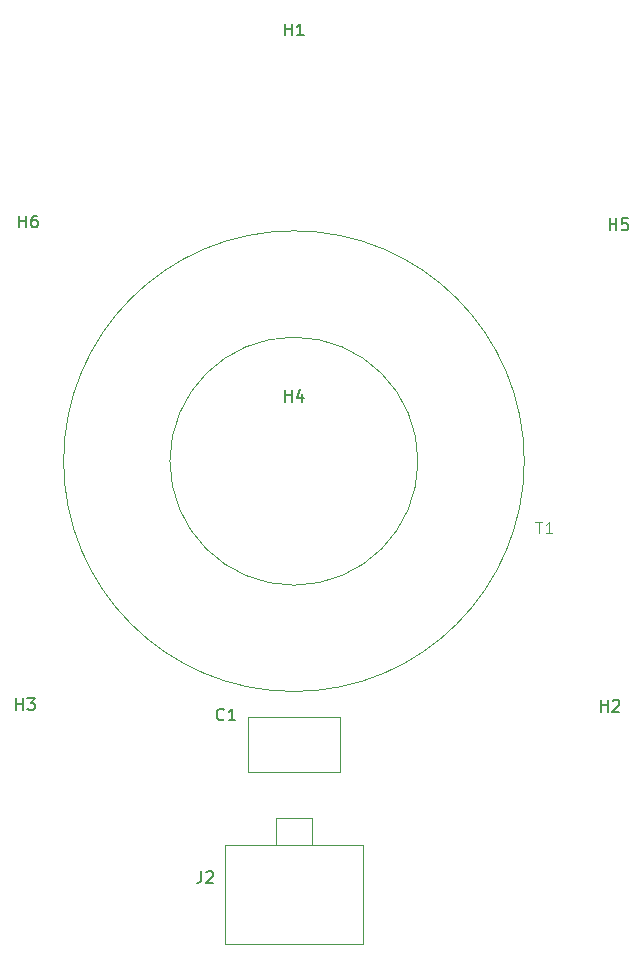
<source format=gbr>
%TF.GenerationSoftware,KiCad,Pcbnew,8.0.6*%
%TF.CreationDate,2025-01-31T16:57:09-05:00*%
%TF.ProjectId,Wire Spool Antenna V1.2,57697265-2053-4706-9f6f-6c20416e7465,rev?*%
%TF.SameCoordinates,Original*%
%TF.FileFunction,Legend,Top*%
%TF.FilePolarity,Positive*%
%FSLAX46Y46*%
G04 Gerber Fmt 4.6, Leading zero omitted, Abs format (unit mm)*
G04 Created by KiCad (PCBNEW 8.0.6) date 2025-01-31 16:57:09*
%MOMM*%
%LPD*%
G01*
G04 APERTURE LIST*
%ADD10C,0.100000*%
%ADD11C,0.150000*%
%ADD12C,0.120000*%
G04 APERTURE END LIST*
D10*
X120451298Y-105114273D02*
X121022726Y-105114273D01*
X120737012Y-106114273D02*
X120737012Y-105114273D01*
X121879869Y-106114273D02*
X121308441Y-106114273D01*
X121594155Y-106114273D02*
X121594155Y-105114273D01*
X121594155Y-105114273D02*
X121498917Y-105257130D01*
X121498917Y-105257130D02*
X121403679Y-105352368D01*
X121403679Y-105352368D02*
X121308441Y-105399987D01*
D11*
X99238095Y-63954819D02*
X99238095Y-62954819D01*
X99238095Y-63431009D02*
X99809523Y-63431009D01*
X99809523Y-63954819D02*
X99809523Y-62954819D01*
X100809523Y-63954819D02*
X100238095Y-63954819D01*
X100523809Y-63954819D02*
X100523809Y-62954819D01*
X100523809Y-62954819D02*
X100428571Y-63097676D01*
X100428571Y-63097676D02*
X100333333Y-63192914D01*
X100333333Y-63192914D02*
X100238095Y-63240533D01*
X126738095Y-80454819D02*
X126738095Y-79454819D01*
X126738095Y-79931009D02*
X127309523Y-79931009D01*
X127309523Y-80454819D02*
X127309523Y-79454819D01*
X128261904Y-79454819D02*
X127785714Y-79454819D01*
X127785714Y-79454819D02*
X127738095Y-79931009D01*
X127738095Y-79931009D02*
X127785714Y-79883390D01*
X127785714Y-79883390D02*
X127880952Y-79835771D01*
X127880952Y-79835771D02*
X128119047Y-79835771D01*
X128119047Y-79835771D02*
X128214285Y-79883390D01*
X128214285Y-79883390D02*
X128261904Y-79931009D01*
X128261904Y-79931009D02*
X128309523Y-80026247D01*
X128309523Y-80026247D02*
X128309523Y-80264342D01*
X128309523Y-80264342D02*
X128261904Y-80359580D01*
X128261904Y-80359580D02*
X128214285Y-80407200D01*
X128214285Y-80407200D02*
X128119047Y-80454819D01*
X128119047Y-80454819D02*
X127880952Y-80454819D01*
X127880952Y-80454819D02*
X127785714Y-80407200D01*
X127785714Y-80407200D02*
X127738095Y-80359580D01*
X94083333Y-121859580D02*
X94035714Y-121907200D01*
X94035714Y-121907200D02*
X93892857Y-121954819D01*
X93892857Y-121954819D02*
X93797619Y-121954819D01*
X93797619Y-121954819D02*
X93654762Y-121907200D01*
X93654762Y-121907200D02*
X93559524Y-121811961D01*
X93559524Y-121811961D02*
X93511905Y-121716723D01*
X93511905Y-121716723D02*
X93464286Y-121526247D01*
X93464286Y-121526247D02*
X93464286Y-121383390D01*
X93464286Y-121383390D02*
X93511905Y-121192914D01*
X93511905Y-121192914D02*
X93559524Y-121097676D01*
X93559524Y-121097676D02*
X93654762Y-121002438D01*
X93654762Y-121002438D02*
X93797619Y-120954819D01*
X93797619Y-120954819D02*
X93892857Y-120954819D01*
X93892857Y-120954819D02*
X94035714Y-121002438D01*
X94035714Y-121002438D02*
X94083333Y-121050057D01*
X95035714Y-121954819D02*
X94464286Y-121954819D01*
X94750000Y-121954819D02*
X94750000Y-120954819D01*
X94750000Y-120954819D02*
X94654762Y-121097676D01*
X94654762Y-121097676D02*
X94559524Y-121192914D01*
X94559524Y-121192914D02*
X94464286Y-121240533D01*
X99238095Y-94954819D02*
X99238095Y-93954819D01*
X99238095Y-94431009D02*
X99809523Y-94431009D01*
X99809523Y-94954819D02*
X99809523Y-93954819D01*
X100714285Y-94288152D02*
X100714285Y-94954819D01*
X100476190Y-93907200D02*
X100238095Y-94621485D01*
X100238095Y-94621485D02*
X100857142Y-94621485D01*
X76488095Y-121054819D02*
X76488095Y-120054819D01*
X76488095Y-120531009D02*
X77059523Y-120531009D01*
X77059523Y-121054819D02*
X77059523Y-120054819D01*
X77440476Y-120054819D02*
X78059523Y-120054819D01*
X78059523Y-120054819D02*
X77726190Y-120435771D01*
X77726190Y-120435771D02*
X77869047Y-120435771D01*
X77869047Y-120435771D02*
X77964285Y-120483390D01*
X77964285Y-120483390D02*
X78011904Y-120531009D01*
X78011904Y-120531009D02*
X78059523Y-120626247D01*
X78059523Y-120626247D02*
X78059523Y-120864342D01*
X78059523Y-120864342D02*
X78011904Y-120959580D01*
X78011904Y-120959580D02*
X77964285Y-121007200D01*
X77964285Y-121007200D02*
X77869047Y-121054819D01*
X77869047Y-121054819D02*
X77583333Y-121054819D01*
X77583333Y-121054819D02*
X77488095Y-121007200D01*
X77488095Y-121007200D02*
X77440476Y-120959580D01*
X125988095Y-121204819D02*
X125988095Y-120204819D01*
X125988095Y-120681009D02*
X126559523Y-120681009D01*
X126559523Y-121204819D02*
X126559523Y-120204819D01*
X126988095Y-120300057D02*
X127035714Y-120252438D01*
X127035714Y-120252438D02*
X127130952Y-120204819D01*
X127130952Y-120204819D02*
X127369047Y-120204819D01*
X127369047Y-120204819D02*
X127464285Y-120252438D01*
X127464285Y-120252438D02*
X127511904Y-120300057D01*
X127511904Y-120300057D02*
X127559523Y-120395295D01*
X127559523Y-120395295D02*
X127559523Y-120490533D01*
X127559523Y-120490533D02*
X127511904Y-120633390D01*
X127511904Y-120633390D02*
X126940476Y-121204819D01*
X126940476Y-121204819D02*
X127559523Y-121204819D01*
X76738095Y-80204819D02*
X76738095Y-79204819D01*
X76738095Y-79681009D02*
X77309523Y-79681009D01*
X77309523Y-80204819D02*
X77309523Y-79204819D01*
X78214285Y-79204819D02*
X78023809Y-79204819D01*
X78023809Y-79204819D02*
X77928571Y-79252438D01*
X77928571Y-79252438D02*
X77880952Y-79300057D01*
X77880952Y-79300057D02*
X77785714Y-79442914D01*
X77785714Y-79442914D02*
X77738095Y-79633390D01*
X77738095Y-79633390D02*
X77738095Y-80014342D01*
X77738095Y-80014342D02*
X77785714Y-80109580D01*
X77785714Y-80109580D02*
X77833333Y-80157200D01*
X77833333Y-80157200D02*
X77928571Y-80204819D01*
X77928571Y-80204819D02*
X78119047Y-80204819D01*
X78119047Y-80204819D02*
X78214285Y-80157200D01*
X78214285Y-80157200D02*
X78261904Y-80109580D01*
X78261904Y-80109580D02*
X78309523Y-80014342D01*
X78309523Y-80014342D02*
X78309523Y-79776247D01*
X78309523Y-79776247D02*
X78261904Y-79681009D01*
X78261904Y-79681009D02*
X78214285Y-79633390D01*
X78214285Y-79633390D02*
X78119047Y-79585771D01*
X78119047Y-79585771D02*
X77928571Y-79585771D01*
X77928571Y-79585771D02*
X77833333Y-79633390D01*
X77833333Y-79633390D02*
X77785714Y-79681009D01*
X77785714Y-79681009D02*
X77738095Y-79776247D01*
X92166666Y-134704819D02*
X92166666Y-135419104D01*
X92166666Y-135419104D02*
X92119047Y-135561961D01*
X92119047Y-135561961D02*
X92023809Y-135657200D01*
X92023809Y-135657200D02*
X91880952Y-135704819D01*
X91880952Y-135704819D02*
X91785714Y-135704819D01*
X92595238Y-134800057D02*
X92642857Y-134752438D01*
X92642857Y-134752438D02*
X92738095Y-134704819D01*
X92738095Y-134704819D02*
X92976190Y-134704819D01*
X92976190Y-134704819D02*
X93071428Y-134752438D01*
X93071428Y-134752438D02*
X93119047Y-134800057D01*
X93119047Y-134800057D02*
X93166666Y-134895295D01*
X93166666Y-134895295D02*
X93166666Y-134990533D01*
X93166666Y-134990533D02*
X93119047Y-135133390D01*
X93119047Y-135133390D02*
X92547619Y-135704819D01*
X92547619Y-135704819D02*
X93166666Y-135704819D01*
D10*
%TO.C,T1*%
X110500000Y-100000000D02*
G75*
G02*
X89500000Y-100000000I-10500000J0D01*
G01*
X89500000Y-100000000D02*
G75*
G02*
X110500000Y-100000000I10500000J0D01*
G01*
X119500000Y-100000000D02*
G75*
G02*
X80500000Y-100000000I-19500000J0D01*
G01*
X80500000Y-100000000D02*
G75*
G02*
X119500000Y-100000000I19500000J0D01*
G01*
D12*
%TO.C,C1*%
X96130000Y-126321000D02*
X96130000Y-121679000D01*
X103870000Y-121679000D02*
X96130000Y-121679000D01*
X103870000Y-126321000D02*
X96130000Y-126321000D01*
X103870000Y-126321000D02*
X103870000Y-121679000D01*
%TO.C,J2*%
X94175000Y-140900000D02*
X94175000Y-132500000D01*
D10*
X98500000Y-130250000D02*
X98500000Y-132500000D01*
X101500000Y-130250000D02*
X98500000Y-130250000D01*
X101500000Y-132500000D02*
X101500000Y-130250000D01*
D12*
X105825000Y-132500000D02*
X94175000Y-132500000D01*
X105825000Y-140900000D02*
X94175000Y-140900000D01*
X105825000Y-140900000D02*
X105825000Y-132500000D01*
%TD*%
M02*

</source>
